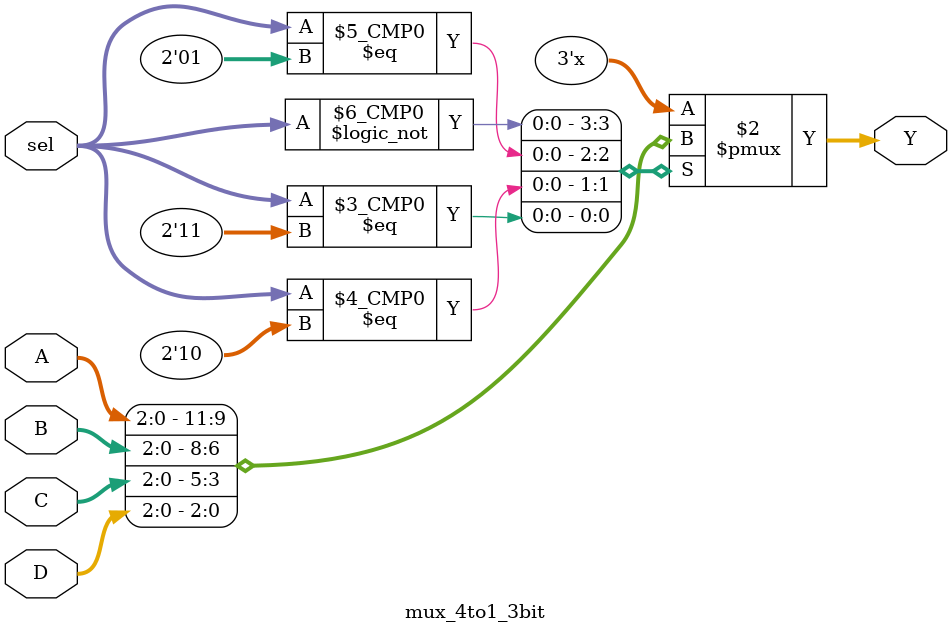
<source format=v>
`timescale 1ns / 1ps

module mux_4to1_3bit(
    input [2:0] A,
    input [2:0] B,
    input [2:0] C,
    input [2:0] D,
    input [1:0] sel,
    output reg [2:0] Y
);

always @(*) begin
    case(sel)
        2'b00: Y = A;
        2'b01: Y = B;
        2'b10: Y = C;
        2'b11: Y = D;
        default: Y = 3'b000;
    endcase
end

endmodule
</source>
